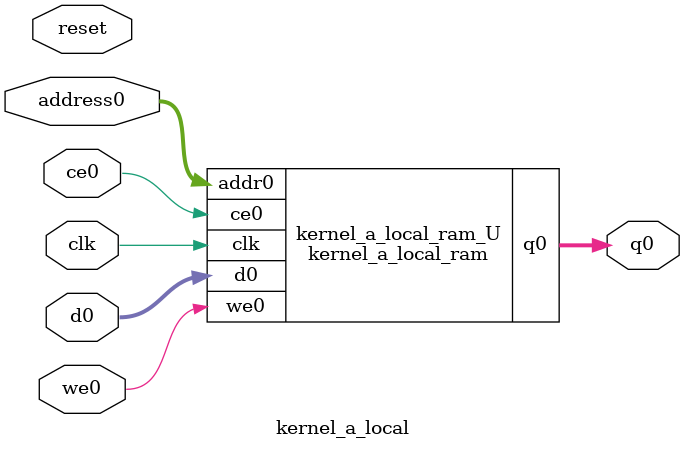
<source format=v>
`timescale 1 ns / 1 ps
module kernel_a_local_ram (addr0, ce0, d0, we0, q0,  clk);

parameter DWIDTH = 32;
parameter AWIDTH = 7;
parameter MEM_SIZE = 100;

input[AWIDTH-1:0] addr0;
input ce0;
input[DWIDTH-1:0] d0;
input we0;
output reg[DWIDTH-1:0] q0;
input clk;

reg [DWIDTH-1:0] ram[0:MEM_SIZE-1];




always @(posedge clk)  
begin 
    if (ce0) begin
        if (we0) 
            ram[addr0] <= d0; 
        q0 <= ram[addr0];
    end
end


endmodule

`timescale 1 ns / 1 ps
module kernel_a_local(
    reset,
    clk,
    address0,
    ce0,
    we0,
    d0,
    q0);

parameter DataWidth = 32'd32;
parameter AddressRange = 32'd100;
parameter AddressWidth = 32'd7;
input reset;
input clk;
input[AddressWidth - 1:0] address0;
input ce0;
input we0;
input[DataWidth - 1:0] d0;
output[DataWidth - 1:0] q0;



kernel_a_local_ram kernel_a_local_ram_U(
    .clk( clk ),
    .addr0( address0 ),
    .ce0( ce0 ),
    .we0( we0 ),
    .d0( d0 ),
    .q0( q0 ));

endmodule


</source>
